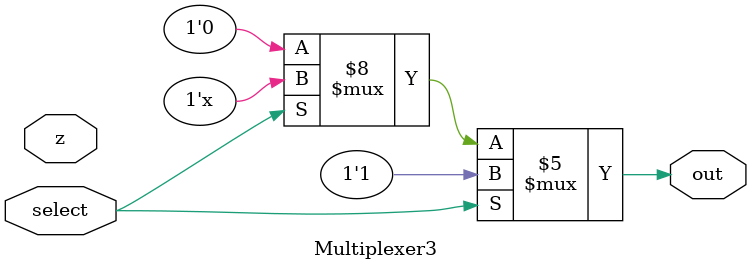
<source format=v>
module Multiplexer3 (z,select,out);

input z;
input select;

output out; 

reg out;

always @*
begin

	if (select == 1'b0)
		out = 1'b0;
	if (select == 1'b1)
		out = 1'b1;

end 

endmodule 
</source>
